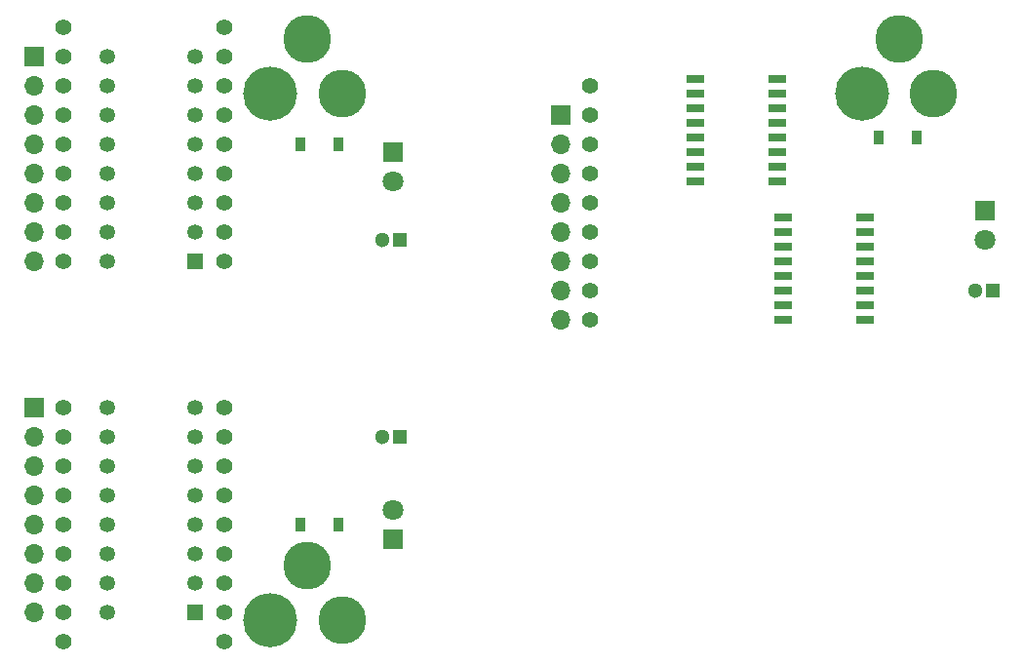
<source format=gbr>
%TF.GenerationSoftware,KiCad,Pcbnew,(6.0.5)*%
%TF.CreationDate,2022-07-10T19:31:20+02:00*%
%TF.ProjectId,Bus Tester,42757320-5465-4737-9465-722e6b696361,rev?*%
%TF.SameCoordinates,Original*%
%TF.FileFunction,Soldermask,Bot*%
%TF.FilePolarity,Negative*%
%FSLAX46Y46*%
G04 Gerber Fmt 4.6, Leading zero omitted, Abs format (unit mm)*
G04 Created by KiCad (PCBNEW (6.0.5)) date 2022-07-10 19:31:20*
%MOMM*%
%LPD*%
G01*
G04 APERTURE LIST*
%ADD10C,1.400000*%
%ADD11R,0.900000X1.200000*%
%ADD12R,1.505000X0.700000*%
%ADD13R,1.800000X1.800000*%
%ADD14C,1.800000*%
%ADD15C,4.700000*%
%ADD16C,4.150000*%
%ADD17R,1.350000X1.350000*%
%ADD18C,1.350000*%
%ADD19R,1.700000X1.700000*%
%ADD20O,1.700000X1.700000*%
%ADD21C,1.300000*%
%ADD22R,1.300000X1.300000*%
G04 APERTURE END LIST*
D10*
%TO.C,RN2*%
X36830000Y-20320000D03*
X36830000Y-22860000D03*
X36830000Y-25400000D03*
X36830000Y-27940000D03*
X36830000Y-30480000D03*
X36830000Y-33020000D03*
X36830000Y-35560000D03*
X36830000Y-38100000D03*
X36830000Y-40640000D03*
%TD*%
%TO.C,RN4*%
X36830000Y-53340000D03*
X36830000Y-55880000D03*
X36830000Y-58420000D03*
X36830000Y-60960000D03*
X36830000Y-63500000D03*
X36830000Y-66040000D03*
X36830000Y-68580000D03*
X36830000Y-71120000D03*
X36830000Y-73660000D03*
%TD*%
%TO.C,RN3*%
X22860000Y-53340000D03*
X22860000Y-55880000D03*
X22860000Y-58420000D03*
X22860000Y-60960000D03*
X22860000Y-63500000D03*
X22860000Y-66040000D03*
X22860000Y-68580000D03*
X22860000Y-71120000D03*
X22860000Y-73660000D03*
%TD*%
%TO.C,RN7*%
X68580000Y-25400000D03*
X68580000Y-27940000D03*
X68580000Y-30480000D03*
X68580000Y-33020000D03*
X68580000Y-35560000D03*
X68580000Y-38100000D03*
X68580000Y-40640000D03*
X68580000Y-43180000D03*
X68580000Y-45720000D03*
%TD*%
%TO.C,RN1*%
X22860000Y-20320000D03*
X22860000Y-22860000D03*
X22860000Y-25400000D03*
X22860000Y-27940000D03*
X22860000Y-30480000D03*
X22860000Y-33020000D03*
X22860000Y-35560000D03*
X22860000Y-38100000D03*
X22860000Y-40640000D03*
%TD*%
D11*
%TO.C,D4*%
X46735000Y-63500000D03*
X43435000Y-63500000D03*
%TD*%
D12*
%TO.C,RN5*%
X77732000Y-33655000D03*
X77732000Y-32385000D03*
X77732000Y-31115000D03*
X77732000Y-29845000D03*
X77732000Y-28575000D03*
X77732000Y-27305000D03*
X77732000Y-26035000D03*
X77732000Y-24765000D03*
X84828000Y-24765000D03*
X84828000Y-26035000D03*
X84828000Y-27305000D03*
X84828000Y-28575000D03*
X84828000Y-29845000D03*
X84828000Y-31115000D03*
X84828000Y-32385000D03*
X84828000Y-33655000D03*
%TD*%
%TO.C,RN6*%
X92448000Y-36830000D03*
X92448000Y-38100000D03*
X92448000Y-39370000D03*
X92448000Y-40640000D03*
X92448000Y-41910000D03*
X92448000Y-43180000D03*
X92448000Y-44450000D03*
X92448000Y-45720000D03*
X85352000Y-45720000D03*
X85352000Y-44450000D03*
X85352000Y-43180000D03*
X85352000Y-41910000D03*
X85352000Y-40640000D03*
X85352000Y-39370000D03*
X85352000Y-38100000D03*
X85352000Y-36830000D03*
%TD*%
D11*
%TO.C,D2*%
X46735000Y-30480000D03*
X43435000Y-30480000D03*
%TD*%
%TO.C,D6*%
X96900000Y-29845000D03*
X93600000Y-29845000D03*
%TD*%
D13*
%TO.C,D5*%
X102870000Y-36190000D03*
D14*
X102870000Y-38730000D03*
%TD*%
D13*
%TO.C,D1*%
X51435000Y-31115000D03*
D14*
X51435000Y-33655000D03*
%TD*%
D15*
%TO.C,J2*%
X40843200Y-26035000D03*
D16*
X44043200Y-21335000D03*
X47043200Y-26035000D03*
%TD*%
D17*
%TO.C,DS1*%
X34288000Y-40640000D03*
D18*
X34288000Y-38100000D03*
X34288000Y-35560000D03*
X34288000Y-33020000D03*
X34288000Y-30480000D03*
X34288000Y-27940000D03*
X34288000Y-25400000D03*
X34288000Y-22860000D03*
X26668000Y-22860000D03*
X26668000Y-25400000D03*
X26668000Y-27940000D03*
X26668000Y-30480000D03*
X26668000Y-33020000D03*
X26668000Y-35560000D03*
X26668000Y-38100000D03*
X26668000Y-40640000D03*
%TD*%
D13*
%TO.C,D3*%
X51435000Y-64770000D03*
D14*
X51435000Y-62230000D03*
%TD*%
D15*
%TO.C,J5*%
X92186000Y-26035000D03*
D16*
X95386000Y-21335000D03*
X98386000Y-26035000D03*
%TD*%
D17*
%TO.C,DS2*%
X34290000Y-71120000D03*
D18*
X34290000Y-68580000D03*
X34290000Y-66040000D03*
X34290000Y-63500000D03*
X34290000Y-60960000D03*
X34290000Y-58420000D03*
X34290000Y-55880000D03*
X34290000Y-53340000D03*
X26670000Y-53340000D03*
X26670000Y-55880000D03*
X26670000Y-58420000D03*
X26670000Y-60960000D03*
X26670000Y-63500000D03*
X26670000Y-66040000D03*
X26670000Y-68580000D03*
X26670000Y-71120000D03*
%TD*%
D15*
%TO.C,J4*%
X40843200Y-71755000D03*
D16*
X44043200Y-67055000D03*
X47043200Y-71755000D03*
%TD*%
D19*
%TO.C,J1*%
X20320000Y-22860000D03*
D20*
X20320000Y-25400000D03*
X20320000Y-27940000D03*
X20320000Y-30480000D03*
X20320000Y-33020000D03*
X20320000Y-35560000D03*
X20320000Y-38100000D03*
X20320000Y-40640000D03*
%TD*%
D21*
%TO.C,C2*%
X50570000Y-38735000D03*
D22*
X52070000Y-38735000D03*
%TD*%
%TO.C,C4*%
X52070000Y-55880000D03*
D21*
X50570000Y-55880000D03*
%TD*%
D22*
%TO.C,C7*%
X103505000Y-43180000D03*
D21*
X102005000Y-43180000D03*
%TD*%
D19*
%TO.C,J6*%
X66040000Y-27940000D03*
D20*
X66040000Y-30480000D03*
X66040000Y-33020000D03*
X66040000Y-35560000D03*
X66040000Y-38100000D03*
X66040000Y-40640000D03*
X66040000Y-43180000D03*
X66040000Y-45720000D03*
%TD*%
D19*
%TO.C,J3*%
X20320000Y-53340000D03*
D20*
X20320000Y-55880000D03*
X20320000Y-58420000D03*
X20320000Y-60960000D03*
X20320000Y-63500000D03*
X20320000Y-66040000D03*
X20320000Y-68580000D03*
X20320000Y-71120000D03*
%TD*%
M02*

</source>
